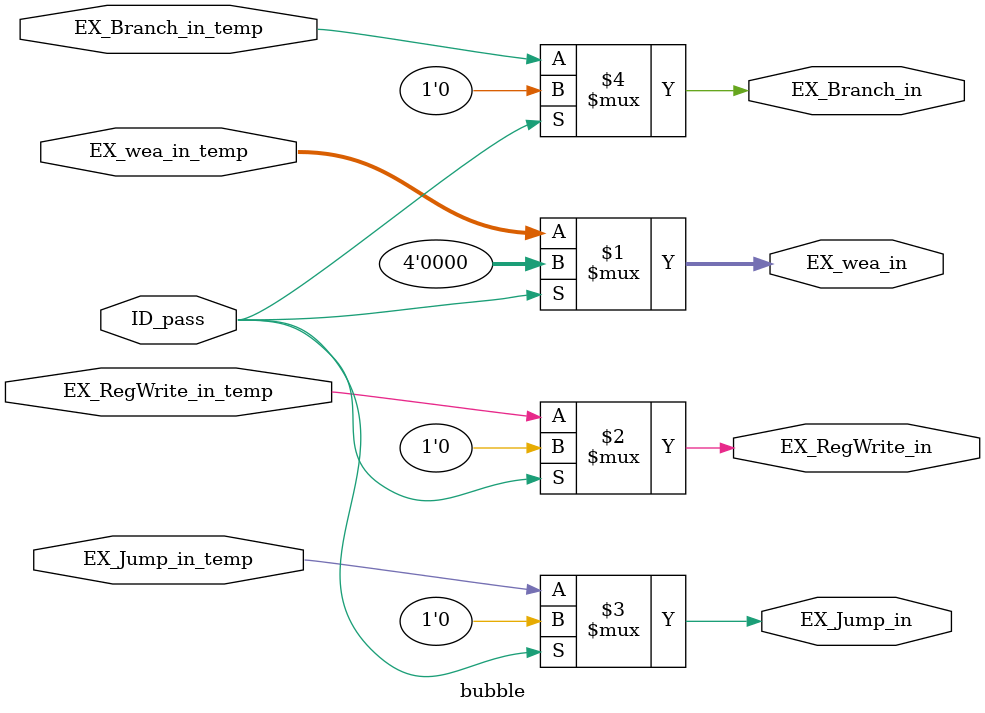
<source format=v>
`include "Lab4.vh"
module bubble(
    input wire ID_pass,
    input wire[3:0] EX_wea_in_temp,
    input wire EX_RegWrite_in_temp,
    input wire EX_Jump_in_temp,
    input wire EX_Branch_in_temp,
    output wire[3:0] EX_wea_in,
    output wire EX_RegWrite_in,
    output wire EX_Jump_in,
    output wire EX_Branch_in
);
assign EX_wea_in = ID_pass?4'b0:EX_wea_in_temp;
assign EX_RegWrite_in = ID_pass?1'b0:EX_RegWrite_in_temp;
assign EX_Jump_in = ID_pass?1'b0:EX_Jump_in_temp;
assign EX_Branch_in = ID_pass?1'b0:EX_Branch_in_temp;
endmodule
</source>
